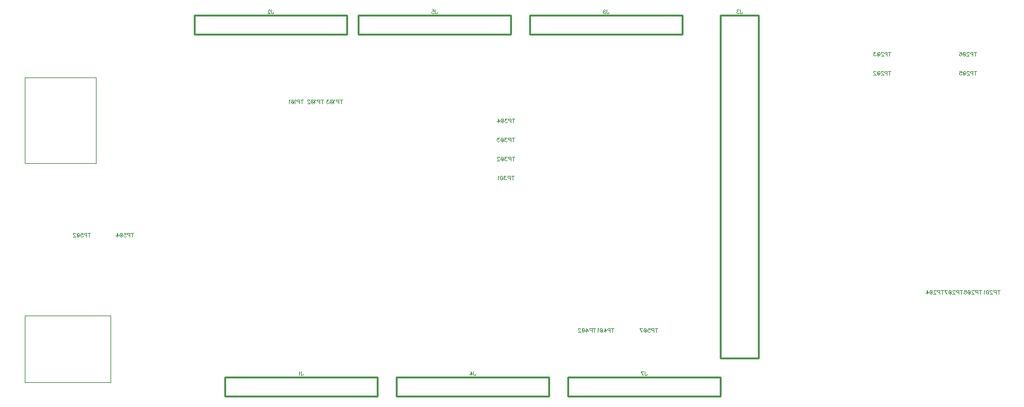
<source format=gbr>
G04 DipTrace 2.4.0.2*
%INBottomSilk.gbr*%
%MOIN*%
%ADD10C,0.0098*%
%ADD12C,0.003*%
%ADD20C,0.0013*%
%FSLAX44Y44*%
G04*
G70*
G90*
G75*
G01*
%LNBotSilk*%
%LPD*%
X10500Y500D2*
D10*
X18500D1*
Y1500D1*
X10500D1*
Y500D1*
X8900Y19500D2*
X16900D1*
Y20500D1*
X8900D1*
Y19500D1*
X36500Y20500D2*
X38500D1*
Y2500D1*
X36500D1*
Y20500D1*
X19500Y500D2*
X27500D1*
Y1500D1*
X19500D1*
Y500D1*
X17500Y19500D2*
X25500D1*
Y20500D1*
X17500D1*
Y19500D1*
X28500Y500D2*
X36500D1*
Y1500D1*
X28500D1*
Y500D1*
X26500Y19500D2*
X34500D1*
Y20500D1*
X26500D1*
Y19500D1*
X0Y4750D2*
D20*
X4500D1*
Y1250D1*
X0D1*
Y4750D1*
Y17250D2*
X3750D1*
Y12750D1*
X0D1*
Y17250D1*
X14507Y1793D2*
D12*
Y1640D1*
X14517Y1611D1*
X14526Y1602D1*
X14545Y1592D1*
X14564D1*
X14583Y1602D1*
X14593Y1611D1*
X14603Y1640D1*
Y1659D1*
X14445Y1754D2*
X14426Y1764D1*
X14397Y1793D1*
Y1592D1*
X12950Y20793D2*
Y20640D1*
X12960Y20611D1*
X12969Y20602D1*
X12988Y20592D1*
X13007D1*
X13026Y20602D1*
X13036Y20611D1*
X13046Y20640D1*
Y20659D1*
X12879Y20745D2*
Y20754D1*
X12869Y20774D1*
X12860Y20783D1*
X12840Y20793D1*
X12802D1*
X12783Y20783D1*
X12774Y20774D1*
X12764Y20754D1*
Y20735D1*
X12774Y20716D1*
X12793Y20688D1*
X12888Y20592D1*
X12754D1*
X37550Y20793D2*
Y20640D1*
X37560Y20611D1*
X37569Y20602D1*
X37588Y20592D1*
X37607D1*
X37626Y20602D1*
X37636Y20611D1*
X37646Y20640D1*
Y20659D1*
X37469Y20793D2*
X37364D1*
X37421Y20716D1*
X37393D1*
X37374Y20707D1*
X37364Y20697D1*
X37354Y20668D1*
Y20649D1*
X37364Y20621D1*
X37383Y20601D1*
X37412Y20592D1*
X37440D1*
X37469Y20601D1*
X37479Y20611D1*
X37488Y20630D1*
X23555Y1793D2*
Y1640D1*
X23564Y1611D1*
X23574Y1602D1*
X23593Y1592D1*
X23612D1*
X23631Y1602D1*
X23641Y1611D1*
X23650Y1640D1*
Y1659D1*
X23397Y1592D2*
Y1793D1*
X23493Y1659D1*
X23350D1*
X21550Y20793D2*
Y20640D1*
X21560Y20611D1*
X21569Y20602D1*
X21588Y20592D1*
X21607D1*
X21626Y20602D1*
X21636Y20611D1*
X21646Y20640D1*
Y20659D1*
X21374Y20793D2*
X21469D1*
X21479Y20707D1*
X21469Y20716D1*
X21440Y20726D1*
X21412D1*
X21383Y20716D1*
X21364Y20697D1*
X21354Y20668D1*
Y20649D1*
X21364Y20621D1*
X21383Y20601D1*
X21412Y20592D1*
X21440D1*
X21469Y20601D1*
X21479Y20611D1*
X21488Y20630D1*
X32550Y1793D2*
Y1640D1*
X32560Y1611D1*
X32569Y1602D1*
X32588Y1592D1*
X32607D1*
X32626Y1602D1*
X32636Y1611D1*
X32646Y1640D1*
Y1659D1*
X32450Y1592D2*
X32354Y1793D1*
X32488D1*
X30550Y20793D2*
Y20640D1*
X30559Y20611D1*
X30569Y20602D1*
X30588Y20592D1*
X30607D1*
X30626Y20602D1*
X30636Y20611D1*
X30646Y20640D1*
Y20659D1*
X30440Y20793D2*
X30469Y20783D1*
X30479Y20764D1*
Y20745D1*
X30469Y20726D1*
X30450Y20716D1*
X30412Y20707D1*
X30383Y20697D1*
X30364Y20678D1*
X30354Y20659D1*
Y20630D1*
X30364Y20611D1*
X30373Y20601D1*
X30402Y20592D1*
X30440D1*
X30469Y20601D1*
X30479Y20611D1*
X30488Y20630D1*
Y20659D1*
X30479Y20678D1*
X30459Y20697D1*
X30431Y20707D1*
X30393Y20716D1*
X30373Y20726D1*
X30364Y20745D1*
Y20764D1*
X30373Y20783D1*
X30402Y20793D1*
X30440D1*
X14555Y16088D2*
Y15887D1*
X14622Y16088D2*
X14488D1*
X14427Y15983D2*
X14340D1*
X14312Y15992D1*
X14302Y16002D1*
X14293Y16021D1*
Y16050D1*
X14302Y16069D1*
X14312Y16079D1*
X14340Y16088D1*
X14427D1*
Y15887D1*
X14231Y16050D2*
X14212Y16059D1*
X14183Y16088D1*
Y15887D1*
X14064Y16088D2*
X14093Y16078D1*
X14112Y16050D1*
X14121Y16002D1*
Y15973D1*
X14112Y15925D1*
X14093Y15897D1*
X14064Y15887D1*
X14045D1*
X14016Y15897D1*
X13997Y15925D1*
X13987Y15973D1*
Y16002D1*
X13997Y16050D1*
X14016Y16078D1*
X14045Y16088D1*
X14064D1*
X13997Y16050D2*
X14112Y15925D1*
X13926Y16050D2*
X13906Y16059D1*
X13878Y16088D1*
Y15887D1*
X15598Y16088D2*
Y15887D1*
X15665Y16088D2*
X15531D1*
X15470Y15983D2*
X15383D1*
X15355Y15992D1*
X15345Y16002D1*
X15336Y16021D1*
Y16050D1*
X15345Y16069D1*
X15355Y16079D1*
X15383Y16088D1*
X15470D1*
Y15887D1*
X15274Y16050D2*
X15255Y16059D1*
X15226Y16088D1*
Y15887D1*
X15107Y16088D2*
X15136Y16078D1*
X15155Y16050D1*
X15164Y16002D1*
Y15973D1*
X15155Y15925D1*
X15136Y15897D1*
X15107Y15887D1*
X15088D1*
X15059Y15897D1*
X15040Y15925D1*
X15030Y15973D1*
Y16002D1*
X15040Y16050D1*
X15059Y16078D1*
X15088Y16088D1*
X15107D1*
X15040Y16050D2*
X15155Y15925D1*
X14959Y16040D2*
Y16050D1*
X14949Y16069D1*
X14940Y16078D1*
X14921Y16088D1*
X14882D1*
X14863Y16078D1*
X14854Y16069D1*
X14844Y16050D1*
Y16031D1*
X14854Y16011D1*
X14873Y15983D1*
X14969Y15887D1*
X14835D1*
X16598Y16088D2*
Y15887D1*
X16665Y16088D2*
X16531D1*
X16470Y15983D2*
X16383D1*
X16355Y15992D1*
X16345Y16002D1*
X16336Y16021D1*
Y16050D1*
X16345Y16069D1*
X16355Y16079D1*
X16383Y16088D1*
X16470D1*
Y15887D1*
X16274Y16050D2*
X16255Y16059D1*
X16226Y16088D1*
Y15887D1*
X16107Y16088D2*
X16136Y16078D1*
X16155Y16050D1*
X16164Y16002D1*
Y15973D1*
X16155Y15925D1*
X16136Y15897D1*
X16107Y15887D1*
X16088D1*
X16059Y15897D1*
X16040Y15925D1*
X16030Y15973D1*
Y16002D1*
X16040Y16050D1*
X16059Y16078D1*
X16088Y16088D1*
X16107D1*
X16040Y16050D2*
X16155Y15925D1*
X15949Y16088D2*
X15844D1*
X15902Y16011D1*
X15873D1*
X15854Y16002D1*
X15844Y15992D1*
X15835Y15964D1*
Y15945D1*
X15844Y15916D1*
X15863Y15897D1*
X15892Y15887D1*
X15921D1*
X15949Y15897D1*
X15959Y15906D1*
X15969Y15925D1*
X51098Y6088D2*
Y5887D1*
X51165Y6088D2*
X51031D1*
X50970Y5983D2*
X50883D1*
X50855Y5992D1*
X50845Y6002D1*
X50836Y6021D1*
Y6050D1*
X50845Y6069D1*
X50855Y6079D1*
X50883Y6088D1*
X50970D1*
Y5887D1*
X50764Y6040D2*
Y6050D1*
X50755Y6069D1*
X50745Y6078D1*
X50726Y6088D1*
X50688D1*
X50669Y6078D1*
X50659Y6069D1*
X50650Y6050D1*
Y6031D1*
X50659Y6011D1*
X50678Y5983D1*
X50774Y5887D1*
X50640D1*
X50521Y6088D2*
X50550Y6078D1*
X50569Y6050D1*
X50578Y6002D1*
Y5973D1*
X50569Y5925D1*
X50550Y5897D1*
X50521Y5887D1*
X50502D1*
X50473Y5897D1*
X50454Y5925D1*
X50444Y5973D1*
Y6002D1*
X50454Y6050D1*
X50473Y6078D1*
X50502Y6088D1*
X50521D1*
X50454Y6050D2*
X50569Y5925D1*
X50383Y6050D2*
X50363Y6059D1*
X50335Y6088D1*
Y5887D1*
X45391Y17588D2*
Y17387D1*
X45458Y17588D2*
X45324D1*
X45263Y17483D2*
X45176D1*
X45148Y17492D1*
X45138Y17502D1*
X45129Y17521D1*
Y17550D1*
X45138Y17569D1*
X45148Y17579D1*
X45176Y17588D1*
X45263D1*
Y17387D1*
X45057Y17540D2*
Y17550D1*
X45048Y17569D1*
X45038Y17578D1*
X45019Y17588D1*
X44981D1*
X44962Y17578D1*
X44952Y17569D1*
X44943Y17550D1*
Y17531D1*
X44952Y17511D1*
X44971Y17483D1*
X45067Y17387D1*
X44933D1*
X44814Y17588D2*
X44843Y17578D1*
X44862Y17550D1*
X44871Y17502D1*
Y17473D1*
X44862Y17425D1*
X44843Y17397D1*
X44814Y17387D1*
X44795D1*
X44766Y17397D1*
X44747Y17425D1*
X44737Y17473D1*
Y17502D1*
X44747Y17550D1*
X44766Y17578D1*
X44795Y17588D1*
X44814D1*
X44747Y17550D2*
X44862Y17425D1*
X44666Y17540D2*
Y17550D1*
X44656Y17569D1*
X44647Y17578D1*
X44628Y17588D1*
X44589D1*
X44570Y17578D1*
X44561Y17569D1*
X44551Y17550D1*
Y17531D1*
X44561Y17511D1*
X44580Y17483D1*
X44676Y17387D1*
X44542D1*
X45391Y18588D2*
Y18387D1*
X45458Y18588D2*
X45324D1*
X45263Y18483D2*
X45176D1*
X45148Y18492D1*
X45138Y18502D1*
X45129Y18521D1*
Y18550D1*
X45138Y18569D1*
X45148Y18579D1*
X45176Y18588D1*
X45263D1*
Y18387D1*
X45057Y18540D2*
Y18550D1*
X45048Y18569D1*
X45038Y18578D1*
X45019Y18588D1*
X44981D1*
X44962Y18578D1*
X44952Y18569D1*
X44943Y18550D1*
Y18531D1*
X44952Y18511D1*
X44971Y18483D1*
X45067Y18387D1*
X44933D1*
X44814Y18588D2*
X44843Y18578D1*
X44862Y18550D1*
X44871Y18502D1*
Y18473D1*
X44862Y18425D1*
X44843Y18397D1*
X44814Y18387D1*
X44795D1*
X44766Y18397D1*
X44747Y18425D1*
X44737Y18473D1*
Y18502D1*
X44747Y18550D1*
X44766Y18578D1*
X44795Y18588D1*
X44814D1*
X44747Y18550D2*
X44862Y18425D1*
X44656Y18588D2*
X44551D1*
X44609Y18511D1*
X44580D1*
X44561Y18502D1*
X44551Y18492D1*
X44542Y18464D1*
Y18445D1*
X44551Y18416D1*
X44570Y18397D1*
X44599Y18387D1*
X44628D1*
X44656Y18397D1*
X44666Y18406D1*
X44676Y18425D1*
X48146Y6088D2*
Y5887D1*
X48213Y6088D2*
X48079D1*
X48017Y5983D2*
X47931D1*
X47903Y5992D1*
X47893Y6002D1*
X47883Y6021D1*
Y6050D1*
X47893Y6069D1*
X47903Y6079D1*
X47931Y6088D1*
X48017D1*
Y5887D1*
X47812Y6040D2*
Y6050D1*
X47803Y6069D1*
X47793Y6078D1*
X47774Y6088D1*
X47736D1*
X47717Y6078D1*
X47707Y6069D1*
X47697Y6050D1*
Y6031D1*
X47707Y6011D1*
X47726Y5983D1*
X47822Y5887D1*
X47688D1*
X47569Y6088D2*
X47597Y6078D1*
X47617Y6050D1*
X47626Y6002D1*
Y5973D1*
X47617Y5925D1*
X47597Y5897D1*
X47569Y5887D1*
X47550D1*
X47521Y5897D1*
X47502Y5925D1*
X47492Y5973D1*
Y6002D1*
X47502Y6050D1*
X47521Y6078D1*
X47550Y6088D1*
X47569D1*
X47502Y6050D2*
X47617Y5925D1*
X47335Y5887D2*
Y6088D1*
X47430Y5954D1*
X47287D1*
X49891Y17588D2*
Y17387D1*
X49958Y17588D2*
X49824D1*
X49763Y17483D2*
X49676D1*
X49648Y17492D1*
X49638Y17502D1*
X49629Y17521D1*
Y17550D1*
X49638Y17569D1*
X49648Y17579D1*
X49676Y17588D1*
X49763D1*
Y17387D1*
X49557Y17540D2*
Y17550D1*
X49548Y17569D1*
X49538Y17578D1*
X49519Y17588D1*
X49481D1*
X49462Y17578D1*
X49452Y17569D1*
X49443Y17550D1*
Y17531D1*
X49452Y17511D1*
X49471Y17483D1*
X49567Y17387D1*
X49433D1*
X49314Y17588D2*
X49343Y17578D1*
X49362Y17550D1*
X49371Y17502D1*
Y17473D1*
X49362Y17425D1*
X49343Y17397D1*
X49314Y17387D1*
X49295D1*
X49266Y17397D1*
X49247Y17425D1*
X49237Y17473D1*
Y17502D1*
X49247Y17550D1*
X49266Y17578D1*
X49295Y17588D1*
X49314D1*
X49247Y17550D2*
X49362Y17425D1*
X49061Y17588D2*
X49156D1*
X49166Y17502D1*
X49156Y17511D1*
X49128Y17521D1*
X49099D1*
X49070Y17511D1*
X49051Y17492D1*
X49042Y17464D1*
Y17445D1*
X49051Y17416D1*
X49070Y17397D1*
X49099Y17387D1*
X49128D1*
X49156Y17397D1*
X49166Y17406D1*
X49176Y17425D1*
X49887Y18588D2*
Y18387D1*
X49954Y18588D2*
X49820D1*
X49758Y18483D2*
X49672D1*
X49643Y18492D1*
X49633Y18502D1*
X49624Y18521D1*
Y18550D1*
X49633Y18569D1*
X49643Y18579D1*
X49672Y18588D1*
X49758D1*
Y18387D1*
X49552Y18540D2*
Y18550D1*
X49543Y18569D1*
X49533Y18578D1*
X49514Y18588D1*
X49476D1*
X49457Y18578D1*
X49447Y18569D1*
X49438Y18550D1*
Y18531D1*
X49447Y18511D1*
X49466Y18483D1*
X49562Y18387D1*
X49428D1*
X49309Y18588D2*
X49338Y18578D1*
X49357Y18550D1*
X49366Y18502D1*
Y18473D1*
X49357Y18425D1*
X49338Y18397D1*
X49309Y18387D1*
X49290D1*
X49261Y18397D1*
X49242Y18425D1*
X49232Y18473D1*
Y18502D1*
X49242Y18550D1*
X49261Y18578D1*
X49290Y18588D1*
X49309D1*
X49242Y18550D2*
X49357Y18425D1*
X49056Y18559D2*
X49065Y18578D1*
X49094Y18588D1*
X49113D1*
X49142Y18578D1*
X49161Y18550D1*
X49171Y18502D1*
Y18454D1*
X49161Y18416D1*
X49142Y18397D1*
X49113Y18387D1*
X49104D1*
X49075Y18397D1*
X49056Y18416D1*
X49046Y18445D1*
Y18454D1*
X49056Y18483D1*
X49075Y18502D1*
X49104Y18511D1*
X49113D1*
X49142Y18502D1*
X49161Y18483D1*
X49171Y18454D1*
X49141Y6088D2*
Y5887D1*
X49208Y6088D2*
X49074D1*
X49013Y5983D2*
X48926D1*
X48898Y5992D1*
X48888Y6002D1*
X48879Y6021D1*
Y6050D1*
X48888Y6069D1*
X48898Y6079D1*
X48926Y6088D1*
X49013D1*
Y5887D1*
X48807Y6040D2*
Y6050D1*
X48798Y6069D1*
X48788Y6078D1*
X48769Y6088D1*
X48731D1*
X48712Y6078D1*
X48702Y6069D1*
X48693Y6050D1*
Y6031D1*
X48702Y6011D1*
X48721Y5983D1*
X48817Y5887D1*
X48683D1*
X48564Y6088D2*
X48593Y6078D1*
X48612Y6050D1*
X48621Y6002D1*
Y5973D1*
X48612Y5925D1*
X48593Y5897D1*
X48564Y5887D1*
X48545D1*
X48516Y5897D1*
X48497Y5925D1*
X48487Y5973D1*
Y6002D1*
X48497Y6050D1*
X48516Y6078D1*
X48545Y6088D1*
X48564D1*
X48497Y6050D2*
X48612Y5925D1*
X48387Y5887D2*
X48292Y6088D1*
X48426D1*
X50141D2*
Y5887D1*
X50208Y6088D2*
X50074D1*
X50013Y5983D2*
X49926D1*
X49898Y5992D1*
X49888Y6002D1*
X49879Y6021D1*
Y6050D1*
X49888Y6069D1*
X49898Y6079D1*
X49926Y6088D1*
X50013D1*
Y5887D1*
X49807Y6040D2*
Y6050D1*
X49798Y6069D1*
X49788Y6078D1*
X49769Y6088D1*
X49731D1*
X49712Y6078D1*
X49702Y6069D1*
X49692Y6050D1*
Y6031D1*
X49702Y6011D1*
X49721Y5983D1*
X49817Y5887D1*
X49683D1*
X49564Y6088D2*
X49592Y6078D1*
X49612Y6050D1*
X49621Y6002D1*
Y5973D1*
X49612Y5925D1*
X49592Y5897D1*
X49564Y5887D1*
X49545D1*
X49516Y5897D1*
X49497Y5925D1*
X49487Y5973D1*
Y6002D1*
X49497Y6050D1*
X49516Y6078D1*
X49545Y6088D1*
X49564D1*
X49497Y6050D2*
X49612Y5925D1*
X49378Y6088D2*
X49406Y6078D1*
X49416Y6059D1*
Y6040D1*
X49406Y6021D1*
X49387Y6011D1*
X49349Y6002D1*
X49320Y5992D1*
X49301Y5973D1*
X49292Y5954D1*
Y5925D1*
X49301Y5906D1*
X49311Y5897D1*
X49339Y5887D1*
X49378D1*
X49406Y5897D1*
X49416Y5906D1*
X49425Y5925D1*
Y5954D1*
X49416Y5973D1*
X49397Y5992D1*
X49368Y6002D1*
X49330Y6011D1*
X49311Y6021D1*
X49301Y6040D1*
Y6059D1*
X49311Y6078D1*
X49339Y6088D1*
X49378D1*
X25598Y12088D2*
Y11887D1*
X25665Y12088D2*
X25531D1*
X25470Y11983D2*
X25383D1*
X25355Y11992D1*
X25345Y12002D1*
X25336Y12021D1*
Y12050D1*
X25345Y12069D1*
X25355Y12079D1*
X25383Y12088D1*
X25470D1*
Y11887D1*
X25255Y12088D2*
X25150D1*
X25207Y12011D1*
X25178D1*
X25159Y12002D1*
X25150Y11992D1*
X25140Y11964D1*
Y11945D1*
X25150Y11916D1*
X25169Y11897D1*
X25197Y11887D1*
X25226D1*
X25255Y11897D1*
X25264Y11906D1*
X25274Y11925D1*
X25021Y12088D2*
X25050Y12078D1*
X25069Y12050D1*
X25078Y12002D1*
Y11973D1*
X25069Y11925D1*
X25050Y11897D1*
X25021Y11887D1*
X25002D1*
X24973Y11897D1*
X24954Y11925D1*
X24944Y11973D1*
Y12002D1*
X24954Y12050D1*
X24973Y12078D1*
X25002Y12088D1*
X25021D1*
X24954Y12050D2*
X25069Y11925D1*
X24883Y12050D2*
X24863Y12059D1*
X24835Y12088D1*
Y11887D1*
X25641Y13088D2*
Y12887D1*
X25708Y13088D2*
X25574D1*
X25513Y12983D2*
X25426D1*
X25398Y12992D1*
X25388Y13002D1*
X25379Y13021D1*
Y13050D1*
X25388Y13069D1*
X25398Y13079D1*
X25426Y13088D1*
X25513D1*
Y12887D1*
X25298Y13088D2*
X25193D1*
X25250Y13011D1*
X25221D1*
X25202Y13002D1*
X25193Y12992D1*
X25183Y12964D1*
Y12945D1*
X25193Y12916D1*
X25212Y12897D1*
X25240Y12887D1*
X25269D1*
X25298Y12897D1*
X25307Y12906D1*
X25317Y12925D1*
X25064Y13088D2*
X25093Y13078D1*
X25112Y13050D1*
X25121Y13002D1*
Y12973D1*
X25112Y12925D1*
X25093Y12897D1*
X25064Y12887D1*
X25045D1*
X25016Y12897D1*
X24997Y12925D1*
X24987Y12973D1*
Y13002D1*
X24997Y13050D1*
X25016Y13078D1*
X25045Y13088D1*
X25064D1*
X24997Y13050D2*
X25112Y12925D1*
X24916Y13040D2*
Y13050D1*
X24906Y13069D1*
X24897Y13078D1*
X24878Y13088D1*
X24839D1*
X24820Y13078D1*
X24811Y13069D1*
X24801Y13050D1*
Y13031D1*
X24811Y13011D1*
X24830Y12983D1*
X24926Y12887D1*
X24792D1*
X25641Y14088D2*
Y13887D1*
X25708Y14088D2*
X25574D1*
X25513Y13983D2*
X25426D1*
X25398Y13992D1*
X25388Y14002D1*
X25379Y14021D1*
Y14050D1*
X25388Y14069D1*
X25398Y14079D1*
X25426Y14088D1*
X25513D1*
Y13887D1*
X25298Y14088D2*
X25193D1*
X25250Y14011D1*
X25221D1*
X25202Y14002D1*
X25193Y13992D1*
X25183Y13964D1*
Y13945D1*
X25193Y13916D1*
X25212Y13897D1*
X25240Y13887D1*
X25269D1*
X25298Y13897D1*
X25307Y13906D1*
X25317Y13925D1*
X25064Y14088D2*
X25093Y14078D1*
X25112Y14050D1*
X25121Y14002D1*
Y13973D1*
X25112Y13925D1*
X25093Y13897D1*
X25064Y13887D1*
X25045D1*
X25016Y13897D1*
X24997Y13925D1*
X24987Y13973D1*
Y14002D1*
X24997Y14050D1*
X25016Y14078D1*
X25045Y14088D1*
X25064D1*
X24997Y14050D2*
X25112Y13925D1*
X24906Y14088D2*
X24801D1*
X24859Y14011D1*
X24830D1*
X24811Y14002D1*
X24801Y13992D1*
X24792Y13964D1*
Y13945D1*
X24801Y13916D1*
X24820Y13897D1*
X24849Y13887D1*
X24878D1*
X24906Y13897D1*
X24916Y13906D1*
X24926Y13925D1*
X25646Y15088D2*
Y14887D1*
X25713Y15088D2*
X25579D1*
X25517Y14983D2*
X25431D1*
X25403Y14992D1*
X25393Y15002D1*
X25383Y15021D1*
Y15050D1*
X25393Y15069D1*
X25403Y15079D1*
X25431Y15088D1*
X25517D1*
Y14887D1*
X25303Y15088D2*
X25197D1*
X25255Y15011D1*
X25226D1*
X25207Y15002D1*
X25197Y14992D1*
X25188Y14964D1*
Y14945D1*
X25197Y14916D1*
X25217Y14897D1*
X25245Y14887D1*
X25274D1*
X25303Y14897D1*
X25312Y14906D1*
X25322Y14925D1*
X25069Y15088D2*
X25097Y15078D1*
X25117Y15050D1*
X25126Y15002D1*
Y14973D1*
X25117Y14925D1*
X25097Y14897D1*
X25069Y14887D1*
X25050D1*
X25021Y14897D1*
X25002Y14925D1*
X24992Y14973D1*
Y15002D1*
X25002Y15050D1*
X25021Y15078D1*
X25050Y15088D1*
X25069D1*
X25002Y15050D2*
X25117Y14925D1*
X24835Y14887D2*
Y15088D1*
X24930Y14954D1*
X24787D1*
X30853Y4088D2*
Y3887D1*
X30920Y4088D2*
X30786D1*
X30724Y3983D2*
X30638D1*
X30610Y3992D1*
X30600Y4002D1*
X30590Y4021D1*
Y4050D1*
X30600Y4069D1*
X30610Y4079D1*
X30638Y4088D1*
X30724D1*
Y3887D1*
X30433D2*
Y4088D1*
X30529Y3954D1*
X30385D1*
X30266Y4088D2*
X30295Y4078D1*
X30314Y4050D1*
X30324Y4002D1*
Y3973D1*
X30314Y3925D1*
X30295Y3897D1*
X30266Y3887D1*
X30247D1*
X30218Y3897D1*
X30199Y3925D1*
X30190Y3973D1*
Y4002D1*
X30199Y4050D1*
X30218Y4078D1*
X30247Y4088D1*
X30266D1*
X30199Y4050D2*
X30314Y3925D1*
X30128Y4050D2*
X30109Y4059D1*
X30080Y4088D1*
Y3887D1*
X29896Y4088D2*
Y3887D1*
X29963Y4088D2*
X29829D1*
X29767Y3983D2*
X29681D1*
X29653Y3992D1*
X29643Y4002D1*
X29633Y4021D1*
Y4050D1*
X29643Y4069D1*
X29653Y4079D1*
X29681Y4088D1*
X29767D1*
Y3887D1*
X29476D2*
Y4088D1*
X29572Y3954D1*
X29428D1*
X29309Y4088D2*
X29338Y4078D1*
X29357Y4050D1*
X29367Y4002D1*
Y3973D1*
X29357Y3925D1*
X29338Y3897D1*
X29309Y3887D1*
X29290D1*
X29261Y3897D1*
X29242Y3925D1*
X29233Y3973D1*
Y4002D1*
X29242Y4050D1*
X29261Y4078D1*
X29290Y4088D1*
X29309D1*
X29242Y4050D2*
X29357Y3925D1*
X29161Y4040D2*
Y4050D1*
X29152Y4069D1*
X29142Y4078D1*
X29123Y4088D1*
X29085D1*
X29066Y4078D1*
X29056Y4069D1*
X29046Y4050D1*
Y4031D1*
X29056Y4011D1*
X29075Y3983D1*
X29171Y3887D1*
X29037D1*
X3391Y9088D2*
Y8887D1*
X3458Y9088D2*
X3324D1*
X3263Y8983D2*
X3176D1*
X3148Y8992D1*
X3138Y9002D1*
X3129Y9021D1*
Y9050D1*
X3138Y9069D1*
X3148Y9079D1*
X3176Y9088D1*
X3263D1*
Y8887D1*
X2952Y9088D2*
X3048D1*
X3057Y9002D1*
X3048Y9011D1*
X3019Y9021D1*
X2990D1*
X2962Y9011D1*
X2943Y8992D1*
X2933Y8964D1*
Y8945D1*
X2943Y8916D1*
X2962Y8897D1*
X2990Y8887D1*
X3019D1*
X3048Y8897D1*
X3057Y8906D1*
X3067Y8925D1*
X2814Y9088D2*
X2843Y9078D1*
X2862Y9050D1*
X2871Y9002D1*
Y8973D1*
X2862Y8925D1*
X2843Y8897D1*
X2814Y8887D1*
X2795D1*
X2766Y8897D1*
X2747Y8925D1*
X2737Y8973D1*
Y9002D1*
X2747Y9050D1*
X2766Y9078D1*
X2795Y9088D1*
X2814D1*
X2747Y9050D2*
X2862Y8925D1*
X2666Y9040D2*
Y9050D1*
X2656Y9069D1*
X2647Y9078D1*
X2628Y9088D1*
X2589D1*
X2570Y9078D1*
X2561Y9069D1*
X2551Y9050D1*
Y9031D1*
X2561Y9011D1*
X2580Y8983D1*
X2676Y8887D1*
X2542D1*
X5646Y9088D2*
Y8887D1*
X5713Y9088D2*
X5579D1*
X5517Y8983D2*
X5431D1*
X5403Y8992D1*
X5393Y9002D1*
X5383Y9021D1*
Y9050D1*
X5393Y9069D1*
X5403Y9079D1*
X5431Y9088D1*
X5517D1*
Y8887D1*
X5207Y9088D2*
X5303D1*
X5312Y9002D1*
X5303Y9011D1*
X5274Y9021D1*
X5245D1*
X5217Y9011D1*
X5197Y8992D1*
X5188Y8964D1*
Y8945D1*
X5197Y8916D1*
X5217Y8897D1*
X5245Y8887D1*
X5274D1*
X5303Y8897D1*
X5312Y8906D1*
X5322Y8925D1*
X5069Y9088D2*
X5097Y9078D1*
X5117Y9050D1*
X5126Y9002D1*
Y8973D1*
X5117Y8925D1*
X5097Y8897D1*
X5069Y8887D1*
X5050D1*
X5021Y8897D1*
X5002Y8925D1*
X4992Y8973D1*
Y9002D1*
X5002Y9050D1*
X5021Y9078D1*
X5050Y9088D1*
X5069D1*
X5002Y9050D2*
X5117Y8925D1*
X4835Y8887D2*
Y9088D1*
X4930Y8954D1*
X4787D1*
X33141Y4088D2*
Y3887D1*
X33208Y4088D2*
X33074D1*
X33013Y3983D2*
X32926D1*
X32898Y3992D1*
X32888Y4002D1*
X32879Y4021D1*
Y4050D1*
X32888Y4069D1*
X32898Y4079D1*
X32926Y4088D1*
X33013D1*
Y3887D1*
X32702Y4088D2*
X32798D1*
X32807Y4002D1*
X32798Y4011D1*
X32769Y4021D1*
X32740D1*
X32712Y4011D1*
X32693Y3992D1*
X32683Y3964D1*
Y3945D1*
X32693Y3916D1*
X32712Y3897D1*
X32740Y3887D1*
X32769D1*
X32798Y3897D1*
X32807Y3906D1*
X32817Y3925D1*
X32564Y4088D2*
X32593Y4078D1*
X32612Y4050D1*
X32621Y4002D1*
Y3973D1*
X32612Y3925D1*
X32593Y3897D1*
X32564Y3887D1*
X32545D1*
X32516Y3897D1*
X32497Y3925D1*
X32487Y3973D1*
Y4002D1*
X32497Y4050D1*
X32516Y4078D1*
X32545Y4088D1*
X32564D1*
X32497Y4050D2*
X32612Y3925D1*
X32387Y3887D2*
X32292Y4088D1*
X32426D1*
M02*

</source>
